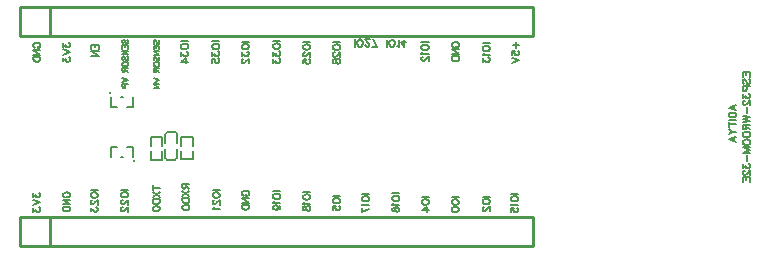
<source format=gbo>
G04 Layer: BottomSilkscreenLayer*
G04 EasyEDA v6.5.42, 2024-04-08 08:38:15*
G04 e5b43dc0649c40c7af9ec927a61642e9,25835901624346e3b29966769a4e042a,10*
G04 Gerber Generator version 0.2*
G04 Scale: 100 percent, Rotated: No, Reflected: No *
G04 Dimensions in inches *
G04 leading zeros omitted , absolute positions ,3 integer and 6 decimal *
%FSLAX36Y36*%
%MOIN*%

%ADD10C,0.0060*%
%ADD11C,0.0100*%
%ADD12C,0.0075*%

%LPD*%
D10*
X1045272Y377827D02*
G01*
X1045272Y365327D01*
X1054363Y372145D01*
X1054363Y368735D01*
X1055500Y366464D01*
X1056635Y365327D01*
X1060045Y364191D01*
X1062317Y364191D01*
X1065726Y365327D01*
X1068000Y367600D01*
X1069135Y371008D01*
X1069135Y374418D01*
X1068000Y377827D01*
X1066863Y378964D01*
X1064591Y380100D01*
X1045272Y356691D02*
G01*
X1069135Y347600D01*
X1045272Y338508D02*
G01*
X1069135Y347600D01*
X1045272Y328735D02*
G01*
X1045272Y316235D01*
X1054363Y323054D01*
X1054363Y319645D01*
X1055500Y317372D01*
X1056635Y316235D01*
X1060045Y315100D01*
X1062317Y315100D01*
X1065726Y316235D01*
X1068000Y318508D01*
X1069135Y321918D01*
X1069135Y325327D01*
X1068000Y328735D01*
X1066863Y329872D01*
X1064591Y331008D01*
X1149655Y364054D02*
G01*
X1147381Y365190D01*
X1145109Y367463D01*
X1143972Y369735D01*
X1143972Y374281D01*
X1145109Y376554D01*
X1147381Y378827D01*
X1149655Y379963D01*
X1153064Y381100D01*
X1158744Y381100D01*
X1162155Y379963D01*
X1164426Y378827D01*
X1166700Y376554D01*
X1167835Y374281D01*
X1167835Y369735D01*
X1166700Y367463D01*
X1164426Y365190D01*
X1162155Y364054D01*
X1158744Y364054D01*
X1158744Y369735D02*
G01*
X1158744Y364054D01*
X1143972Y356554D02*
G01*
X1167835Y356554D01*
X1143972Y356554D02*
G01*
X1167835Y340644D01*
X1143972Y340644D02*
G01*
X1167835Y340644D01*
X1143972Y333144D02*
G01*
X1167835Y333144D01*
X1143972Y333144D02*
G01*
X1143972Y325190D01*
X1145109Y321781D01*
X1147381Y319508D01*
X1149655Y318373D01*
X1153064Y317235D01*
X1158744Y317235D01*
X1162155Y318373D01*
X1164426Y319508D01*
X1166700Y321781D01*
X1167835Y325190D01*
X1167835Y333144D01*
X1236472Y389072D02*
G01*
X1260335Y389072D01*
X1236472Y374753D02*
G01*
X1237609Y377026D01*
X1239881Y379299D01*
X1242155Y380435D01*
X1245564Y381572D01*
X1251244Y381572D01*
X1254655Y380435D01*
X1256926Y379299D01*
X1259200Y377026D01*
X1260335Y374753D01*
X1260335Y370207D01*
X1259200Y367935D01*
X1256926Y365662D01*
X1254655Y364526D01*
X1251244Y363389D01*
X1245564Y363389D01*
X1242155Y364526D01*
X1239881Y365662D01*
X1237609Y367935D01*
X1236472Y370207D01*
X1236472Y374753D01*
X1242155Y354753D02*
G01*
X1241018Y354753D01*
X1238744Y353616D01*
X1237609Y352480D01*
X1236472Y350207D01*
X1236472Y345662D01*
X1237609Y343389D01*
X1238744Y342253D01*
X1241018Y341116D01*
X1243290Y341116D01*
X1245564Y342253D01*
X1248972Y344526D01*
X1260335Y355889D01*
X1260335Y339980D01*
X1236472Y330207D02*
G01*
X1236472Y317707D01*
X1245564Y324526D01*
X1245564Y321116D01*
X1246700Y318845D01*
X1247835Y317707D01*
X1251244Y316572D01*
X1253518Y316572D01*
X1256926Y317707D01*
X1259200Y319980D01*
X1260335Y323389D01*
X1260335Y326799D01*
X1259200Y330207D01*
X1258064Y331345D01*
X1255790Y332480D01*
X1337115Y389600D02*
G01*
X1360978Y389600D01*
X1337115Y375282D02*
G01*
X1338252Y377555D01*
X1340524Y379827D01*
X1342798Y380963D01*
X1346207Y382100D01*
X1351887Y382100D01*
X1355298Y380963D01*
X1357569Y379827D01*
X1359843Y377555D01*
X1360978Y375282D01*
X1360978Y370736D01*
X1359843Y368463D01*
X1357569Y366190D01*
X1355298Y365055D01*
X1351887Y363917D01*
X1346207Y363917D01*
X1342798Y365055D01*
X1340524Y366190D01*
X1338252Y368463D01*
X1337115Y370736D01*
X1337115Y375282D01*
X1342798Y355282D02*
G01*
X1341661Y355282D01*
X1339387Y354144D01*
X1338252Y353009D01*
X1337115Y350736D01*
X1337115Y346190D01*
X1338252Y343917D01*
X1339387Y342782D01*
X1341661Y341644D01*
X1343933Y341644D01*
X1346207Y342782D01*
X1349615Y345055D01*
X1360978Y356417D01*
X1360978Y340509D01*
X1342798Y331873D02*
G01*
X1341661Y331873D01*
X1339387Y330736D01*
X1338252Y329600D01*
X1337115Y327327D01*
X1337115Y322782D01*
X1338252Y320509D01*
X1339387Y319373D01*
X1341661Y318236D01*
X1343933Y318236D01*
X1346207Y319373D01*
X1349615Y321644D01*
X1360978Y333009D01*
X1360978Y317100D01*
X1443045Y396945D02*
G01*
X1466908Y396945D01*
X1443045Y404899D02*
G01*
X1443045Y388991D01*
X1443045Y381491D02*
G01*
X1466908Y365581D01*
X1443045Y365581D02*
G01*
X1466908Y381491D01*
X1443045Y358081D02*
G01*
X1466908Y358081D01*
X1443045Y358081D02*
G01*
X1443045Y350127D01*
X1444180Y346718D01*
X1446454Y344445D01*
X1448726Y343308D01*
X1452136Y342172D01*
X1457816Y342172D01*
X1461226Y343308D01*
X1463499Y344445D01*
X1465771Y346718D01*
X1466908Y350127D01*
X1466908Y358081D01*
X1443045Y327854D02*
G01*
X1444180Y331264D01*
X1447590Y333535D01*
X1453271Y334672D01*
X1456680Y334672D01*
X1462362Y333535D01*
X1465771Y331264D01*
X1466908Y327854D01*
X1466908Y325581D01*
X1465771Y322172D01*
X1462362Y319899D01*
X1456680Y318764D01*
X1453271Y318764D01*
X1447590Y319899D01*
X1444180Y322172D01*
X1443045Y325581D01*
X1443045Y327854D01*
X1541795Y408703D02*
G01*
X1565658Y408703D01*
X1541795Y408703D02*
G01*
X1541795Y398476D01*
X1542930Y395068D01*
X1544066Y393930D01*
X1546340Y392795D01*
X1548612Y392795D01*
X1550886Y393930D01*
X1552021Y395068D01*
X1553158Y398476D01*
X1553158Y408703D01*
X1553158Y400749D02*
G01*
X1565658Y392795D01*
X1541795Y385295D02*
G01*
X1565658Y369385D01*
X1541795Y369385D02*
G01*
X1565658Y385295D01*
X1541795Y361885D02*
G01*
X1565658Y361885D01*
X1541795Y361885D02*
G01*
X1541795Y353930D01*
X1542930Y350522D01*
X1545204Y348249D01*
X1547476Y347112D01*
X1550886Y345976D01*
X1556566Y345976D01*
X1559976Y347112D01*
X1562249Y348249D01*
X1564521Y350522D01*
X1565658Y353930D01*
X1565658Y361885D01*
X1541795Y331658D02*
G01*
X1542930Y335068D01*
X1546340Y337339D01*
X1552021Y338476D01*
X1555430Y338476D01*
X1561112Y337339D01*
X1564521Y335068D01*
X1565658Y331658D01*
X1565658Y329385D01*
X1564521Y325976D01*
X1561112Y323703D01*
X1555430Y322568D01*
X1552021Y322568D01*
X1546340Y323703D01*
X1542930Y325976D01*
X1541795Y329385D01*
X1541795Y331658D01*
X1642906Y388703D02*
G01*
X1666769Y388703D01*
X1642906Y374385D02*
G01*
X1644041Y376658D01*
X1646315Y378930D01*
X1648587Y380068D01*
X1651997Y381203D01*
X1657677Y381203D01*
X1661087Y380068D01*
X1663360Y378930D01*
X1665632Y376658D01*
X1666769Y374385D01*
X1666769Y369839D01*
X1665632Y367568D01*
X1663360Y365295D01*
X1661087Y364158D01*
X1657677Y363022D01*
X1651997Y363022D01*
X1648587Y364158D01*
X1646315Y365295D01*
X1644041Y367568D01*
X1642906Y369839D01*
X1642906Y374385D01*
X1648587Y354385D02*
G01*
X1647451Y354385D01*
X1645177Y353249D01*
X1644041Y352112D01*
X1642906Y349839D01*
X1642906Y345295D01*
X1644041Y343022D01*
X1645177Y341885D01*
X1647451Y340749D01*
X1649723Y340749D01*
X1651997Y341885D01*
X1655406Y344158D01*
X1666769Y355522D01*
X1666769Y339612D01*
X1647451Y332112D02*
G01*
X1646315Y329839D01*
X1642906Y326430D01*
X1666769Y326430D01*
X1746328Y369807D02*
G01*
X1744056Y370943D01*
X1741782Y373216D01*
X1740646Y375488D01*
X1740646Y380034D01*
X1741782Y382307D01*
X1744056Y384578D01*
X1746328Y385716D01*
X1749737Y386851D01*
X1755419Y386851D01*
X1758828Y385716D01*
X1761100Y384578D01*
X1763374Y382307D01*
X1764510Y380034D01*
X1764510Y375488D01*
X1763374Y373216D01*
X1761100Y370943D01*
X1758828Y369807D01*
X1755419Y369807D01*
X1755419Y375488D02*
G01*
X1755419Y369807D01*
X1740646Y362307D02*
G01*
X1764510Y362307D01*
X1740646Y362307D02*
G01*
X1764510Y346397D01*
X1740646Y346397D02*
G01*
X1764510Y346397D01*
X1740646Y338897D02*
G01*
X1764510Y338897D01*
X1740646Y338897D02*
G01*
X1740646Y330943D01*
X1741782Y327534D01*
X1744056Y325261D01*
X1746328Y324124D01*
X1749737Y322988D01*
X1755419Y322988D01*
X1758828Y324124D01*
X1761100Y325261D01*
X1763374Y327534D01*
X1764510Y330943D01*
X1764510Y338897D01*
X1844628Y384630D02*
G01*
X1868491Y384630D01*
X1844628Y370311D02*
G01*
X1845763Y372584D01*
X1848037Y374857D01*
X1850309Y375994D01*
X1853719Y377130D01*
X1859399Y377130D01*
X1862809Y375994D01*
X1865082Y374857D01*
X1867354Y372584D01*
X1868491Y370311D01*
X1868491Y365765D01*
X1867354Y363494D01*
X1865082Y361221D01*
X1862809Y360084D01*
X1859399Y358948D01*
X1853719Y358948D01*
X1850309Y360084D01*
X1848037Y361221D01*
X1845763Y363494D01*
X1844628Y365765D01*
X1844628Y370311D01*
X1849173Y351448D02*
G01*
X1848037Y349175D01*
X1844628Y345765D01*
X1868491Y345765D01*
X1852582Y323494D02*
G01*
X1855991Y324630D01*
X1858263Y326903D01*
X1859399Y330311D01*
X1859399Y331448D01*
X1858263Y334857D01*
X1855991Y337130D01*
X1852582Y338265D01*
X1851445Y338265D01*
X1848037Y337130D01*
X1845763Y334857D01*
X1844628Y331448D01*
X1844628Y330311D01*
X1845763Y326903D01*
X1848037Y324630D01*
X1852582Y323494D01*
X1858263Y323494D01*
X1863945Y324630D01*
X1867354Y326903D01*
X1868491Y330311D01*
X1868491Y332584D01*
X1867354Y335994D01*
X1865082Y337130D01*
X1944403Y382020D02*
G01*
X1968266Y382020D01*
X1944403Y367701D02*
G01*
X1945538Y369974D01*
X1947812Y372247D01*
X1950084Y373384D01*
X1953494Y374520D01*
X1959174Y374520D01*
X1962584Y373384D01*
X1964857Y372247D01*
X1967129Y369974D01*
X1968266Y367701D01*
X1968266Y363155D01*
X1967129Y360884D01*
X1964857Y358611D01*
X1962584Y357474D01*
X1959174Y356338D01*
X1953494Y356338D01*
X1950084Y357474D01*
X1947812Y358611D01*
X1945538Y360884D01*
X1944403Y363155D01*
X1944403Y367701D01*
X1948948Y348838D02*
G01*
X1947812Y346565D01*
X1944403Y343155D01*
X1968266Y343155D01*
X1944403Y329974D02*
G01*
X1945538Y333384D01*
X1947812Y334520D01*
X1950084Y334520D01*
X1952357Y333384D01*
X1953494Y331111D01*
X1954629Y326565D01*
X1955766Y323155D01*
X1958038Y320884D01*
X1960312Y319747D01*
X1963720Y319747D01*
X1965994Y320884D01*
X1967129Y322020D01*
X1968266Y325428D01*
X1968266Y329974D01*
X1967129Y333384D01*
X1965994Y334520D01*
X1963720Y335655D01*
X1960312Y335655D01*
X1958038Y334520D01*
X1955766Y332247D01*
X1954629Y328838D01*
X1953494Y324292D01*
X1952357Y322020D01*
X1950084Y320884D01*
X1947812Y320884D01*
X1945538Y322020D01*
X1944403Y325428D01*
X1944403Y329974D01*
X2043479Y370073D02*
G01*
X2067343Y370073D01*
X2043479Y355756D02*
G01*
X2044615Y358029D01*
X2046889Y360300D01*
X2049161Y361437D01*
X2052570Y362573D01*
X2058252Y362573D01*
X2061661Y361437D01*
X2063933Y360300D01*
X2066207Y358029D01*
X2067343Y355756D01*
X2067343Y351210D01*
X2066207Y348937D01*
X2063933Y346664D01*
X2061661Y345529D01*
X2058252Y344391D01*
X2052570Y344391D01*
X2049161Y345529D01*
X2046889Y346664D01*
X2044615Y348937D01*
X2043479Y351210D01*
X2043479Y355756D01*
X2043479Y323256D02*
G01*
X2043479Y334618D01*
X2053707Y335756D01*
X2052570Y334618D01*
X2051433Y331210D01*
X2051433Y327800D01*
X2052570Y324391D01*
X2054843Y322118D01*
X2058252Y320983D01*
X2060524Y320983D01*
X2063933Y322118D01*
X2066207Y324391D01*
X2067343Y327800D01*
X2067343Y331210D01*
X2066207Y334618D01*
X2065070Y335756D01*
X2062798Y336891D01*
X2140473Y376599D02*
G01*
X2164336Y376599D01*
X2140473Y362282D02*
G01*
X2141608Y364555D01*
X2143882Y366826D01*
X2146154Y367964D01*
X2149564Y369099D01*
X2155245Y369099D01*
X2158654Y367964D01*
X2160927Y366826D01*
X2163199Y364555D01*
X2164336Y362282D01*
X2164336Y357735D01*
X2163199Y355464D01*
X2160927Y353191D01*
X2158654Y352055D01*
X2155245Y350918D01*
X2149564Y350918D01*
X2146154Y352055D01*
X2143882Y353191D01*
X2141608Y355464D01*
X2140473Y357735D01*
X2140473Y362282D01*
X2145018Y343418D02*
G01*
X2143882Y341145D01*
X2140473Y337735D01*
X2164336Y337735D01*
X2140473Y314326D02*
G01*
X2164336Y325691D01*
X2140473Y330235D02*
G01*
X2140473Y314326D01*
X2241530Y377372D02*
G01*
X2265393Y377372D01*
X2241530Y363054D02*
G01*
X2242665Y365327D01*
X2244939Y367599D01*
X2247211Y368735D01*
X2250621Y369872D01*
X2256301Y369872D01*
X2259711Y368735D01*
X2261984Y367599D01*
X2264256Y365327D01*
X2265393Y363054D01*
X2265393Y358508D01*
X2264256Y356235D01*
X2261984Y353962D01*
X2259711Y352827D01*
X2256301Y351689D01*
X2250621Y351689D01*
X2247211Y352827D01*
X2244939Y353962D01*
X2242665Y356235D01*
X2241530Y358508D01*
X2241530Y363054D01*
X2246075Y344189D02*
G01*
X2244939Y341916D01*
X2241530Y338508D01*
X2265393Y338508D01*
X2244939Y317372D02*
G01*
X2242665Y318508D01*
X2241530Y321916D01*
X2241530Y324189D01*
X2242665Y327599D01*
X2246075Y329872D01*
X2251756Y331008D01*
X2257439Y331008D01*
X2261984Y329872D01*
X2264256Y327599D01*
X2265393Y324189D01*
X2265393Y323054D01*
X2264256Y319645D01*
X2261984Y317372D01*
X2258575Y316235D01*
X2257439Y316235D01*
X2254030Y317372D01*
X2251756Y319645D01*
X2250621Y323054D01*
X2250621Y324189D01*
X2251756Y327599D01*
X2254030Y329872D01*
X2257439Y331008D01*
X2340101Y365605D02*
G01*
X2363963Y365605D01*
X2340101Y351287D02*
G01*
X2341237Y353560D01*
X2343509Y355832D01*
X2345783Y356970D01*
X2349192Y358105D01*
X2354872Y358105D01*
X2358283Y356970D01*
X2360555Y355832D01*
X2362827Y353560D01*
X2363963Y351287D01*
X2363963Y346741D01*
X2362827Y344470D01*
X2360555Y342197D01*
X2358283Y341060D01*
X2354872Y339924D01*
X2349192Y339924D01*
X2345783Y341060D01*
X2343509Y342197D01*
X2341237Y344470D01*
X2340101Y346741D01*
X2340101Y351287D01*
X2340101Y321060D02*
G01*
X2356009Y332424D01*
X2356009Y315378D01*
X2340101Y321060D02*
G01*
X2363963Y321060D01*
X2439476Y365167D02*
G01*
X2463339Y365167D01*
X2439476Y350848D02*
G01*
X2440613Y353121D01*
X2442885Y355394D01*
X2445159Y356530D01*
X2448567Y357667D01*
X2454249Y357667D01*
X2457659Y356530D01*
X2459930Y355394D01*
X2462204Y353121D01*
X2463339Y350848D01*
X2463339Y346302D01*
X2462204Y344030D01*
X2459930Y341757D01*
X2457659Y340621D01*
X2454249Y339484D01*
X2448567Y339484D01*
X2445159Y340621D01*
X2442885Y341757D01*
X2440613Y344030D01*
X2439476Y346302D01*
X2439476Y350848D01*
X2439476Y325167D02*
G01*
X2440613Y328575D01*
X2444022Y330848D01*
X2449704Y331984D01*
X2453113Y331984D01*
X2458795Y330848D01*
X2462204Y328575D01*
X2463339Y325167D01*
X2463339Y322894D01*
X2462204Y319484D01*
X2458795Y317211D01*
X2453113Y316075D01*
X2449704Y316075D01*
X2444022Y317211D01*
X2440613Y319484D01*
X2439476Y322894D01*
X2439476Y325167D01*
X2543086Y367157D02*
G01*
X2566949Y367157D01*
X2543086Y352838D02*
G01*
X2544223Y355111D01*
X2546495Y357384D01*
X2548769Y358521D01*
X2552178Y359657D01*
X2557858Y359657D01*
X2561269Y358521D01*
X2563540Y357384D01*
X2565814Y355111D01*
X2566949Y352838D01*
X2566949Y348292D01*
X2565814Y346021D01*
X2563540Y343748D01*
X2561269Y342611D01*
X2557858Y341475D01*
X2552178Y341475D01*
X2548769Y342611D01*
X2546495Y343748D01*
X2544223Y346021D01*
X2543086Y348292D01*
X2543086Y352838D01*
X2548769Y332838D02*
G01*
X2547632Y332838D01*
X2545358Y331702D01*
X2544223Y330565D01*
X2543086Y328292D01*
X2543086Y323748D01*
X2544223Y321475D01*
X2545358Y320338D01*
X2547632Y319202D01*
X2549904Y319202D01*
X2552178Y320338D01*
X2555586Y322611D01*
X2566949Y333975D01*
X2566949Y318065D01*
X2637201Y376657D02*
G01*
X2661064Y376657D01*
X2637201Y362339D02*
G01*
X2638338Y364612D01*
X2640610Y366884D01*
X2642884Y368020D01*
X2646292Y369157D01*
X2651974Y369157D01*
X2655384Y368020D01*
X2657655Y366884D01*
X2659929Y364612D01*
X2661064Y362339D01*
X2661064Y357793D01*
X2659929Y355520D01*
X2657655Y353247D01*
X2655384Y352112D01*
X2651974Y350974D01*
X2646292Y350974D01*
X2642884Y352112D01*
X2640610Y353247D01*
X2638338Y355520D01*
X2637201Y357793D01*
X2637201Y362339D01*
X2641746Y343474D02*
G01*
X2640610Y341201D01*
X2637201Y337793D01*
X2661064Y337793D01*
X2637201Y316657D02*
G01*
X2637201Y328020D01*
X2647429Y329157D01*
X2646292Y328020D01*
X2645155Y324612D01*
X2645155Y321201D01*
X2646292Y317793D01*
X2648564Y315520D01*
X2651974Y314384D01*
X2654246Y314384D01*
X2657655Y315520D01*
X2659929Y317793D01*
X2661064Y321201D01*
X2661064Y324612D01*
X2659929Y328020D01*
X2658792Y329157D01*
X2656520Y330293D01*
X2644044Y871316D02*
G01*
X2664498Y871316D01*
X2654270Y881543D02*
G01*
X2654270Y861087D01*
X2640635Y839951D02*
G01*
X2640635Y851316D01*
X2650861Y852451D01*
X2649726Y851316D01*
X2648589Y847907D01*
X2648589Y844497D01*
X2649726Y841087D01*
X2651998Y838816D01*
X2655406Y837678D01*
X2657680Y837678D01*
X2661089Y838816D01*
X2663361Y841087D01*
X2664498Y844497D01*
X2664498Y847907D01*
X2663361Y851316D01*
X2662226Y852451D01*
X2659952Y853587D01*
X2640635Y830178D02*
G01*
X2664498Y821087D01*
X2640635Y811997D02*
G01*
X2664498Y821087D01*
X2542816Y877228D02*
G01*
X2566679Y877228D01*
X2542816Y862910D02*
G01*
X2543951Y865183D01*
X2546225Y867454D01*
X2548497Y868591D01*
X2551907Y869728D01*
X2557587Y869728D01*
X2560997Y868591D01*
X2563270Y867454D01*
X2565542Y865183D01*
X2566679Y862910D01*
X2566679Y858364D01*
X2565542Y856091D01*
X2563270Y853818D01*
X2560997Y852683D01*
X2557587Y851545D01*
X2551907Y851545D01*
X2548497Y852683D01*
X2546225Y853818D01*
X2543951Y856091D01*
X2542816Y858364D01*
X2542816Y862910D01*
X2547361Y844045D02*
G01*
X2546225Y841772D01*
X2542816Y838364D01*
X2566679Y838364D01*
X2542816Y828591D02*
G01*
X2542816Y816091D01*
X2551907Y822910D01*
X2551907Y819501D01*
X2553042Y817228D01*
X2554179Y816091D01*
X2557587Y814954D01*
X2559861Y814954D01*
X2563270Y816091D01*
X2565542Y818364D01*
X2566679Y821772D01*
X2566679Y825183D01*
X2565542Y828591D01*
X2564407Y829728D01*
X2562133Y830864D01*
X2445999Y864859D02*
G01*
X2443725Y865996D01*
X2441453Y868269D01*
X2440316Y870540D01*
X2440316Y875086D01*
X2441453Y877359D01*
X2443725Y879632D01*
X2445999Y880769D01*
X2449408Y881905D01*
X2455088Y881905D01*
X2458499Y880769D01*
X2460771Y879632D01*
X2463044Y877359D01*
X2464179Y875086D01*
X2464179Y870540D01*
X2463044Y868269D01*
X2460771Y865996D01*
X2458499Y864859D01*
X2455088Y864859D01*
X2455088Y870540D02*
G01*
X2455088Y864859D01*
X2440316Y857359D02*
G01*
X2464179Y857359D01*
X2440316Y857359D02*
G01*
X2464179Y841449D01*
X2440316Y841449D02*
G01*
X2464179Y841449D01*
X2440316Y833949D02*
G01*
X2464179Y833949D01*
X2440316Y833949D02*
G01*
X2440316Y825996D01*
X2441453Y822586D01*
X2443725Y820313D01*
X2445999Y819178D01*
X2449408Y818040D01*
X2455088Y818040D01*
X2458499Y819178D01*
X2460771Y820313D01*
X2463044Y822586D01*
X2464179Y825996D01*
X2464179Y833949D01*
X2339089Y880862D02*
G01*
X2362951Y880862D01*
X2339089Y866543D02*
G01*
X2340225Y868816D01*
X2342497Y871089D01*
X2344771Y872226D01*
X2348180Y873362D01*
X2353860Y873362D01*
X2357271Y872226D01*
X2359543Y871089D01*
X2361815Y868816D01*
X2362951Y866543D01*
X2362951Y861997D01*
X2361815Y859726D01*
X2359543Y857453D01*
X2357271Y856316D01*
X2353860Y855180D01*
X2348180Y855180D01*
X2344771Y856316D01*
X2342497Y857453D01*
X2340225Y859726D01*
X2339089Y861997D01*
X2339089Y866543D01*
X2343634Y847680D02*
G01*
X2342497Y845407D01*
X2339089Y841997D01*
X2362951Y841997D01*
X2344771Y833362D02*
G01*
X2343634Y833362D01*
X2341360Y832226D01*
X2340225Y831089D01*
X2339089Y828816D01*
X2339089Y824270D01*
X2340225Y821997D01*
X2341360Y820862D01*
X2343634Y819726D01*
X2345906Y819726D01*
X2348180Y820862D01*
X2351589Y823135D01*
X2362951Y834497D01*
X2362951Y818589D01*
X2224004Y865862D02*
G01*
X2224004Y889726D01*
X2238321Y865862D02*
G01*
X2236049Y866999D01*
X2233777Y869272D01*
X2232640Y871545D01*
X2231504Y874953D01*
X2231504Y880635D01*
X2232640Y884045D01*
X2233777Y886316D01*
X2236049Y888589D01*
X2238321Y889726D01*
X2242867Y889726D01*
X2245140Y888589D01*
X2247412Y886316D01*
X2248549Y884045D01*
X2249686Y880635D01*
X2249686Y874953D01*
X2248549Y871545D01*
X2247412Y869272D01*
X2245140Y866999D01*
X2242867Y865862D01*
X2238321Y865862D01*
X2257186Y870408D02*
G01*
X2259458Y869272D01*
X2262867Y865862D01*
X2262867Y889726D01*
X2281731Y865862D02*
G01*
X2270367Y881772D01*
X2287412Y881772D01*
X2281731Y865862D02*
G01*
X2281731Y889726D01*
X2117651Y866999D02*
G01*
X2117651Y890862D01*
X2131970Y866999D02*
G01*
X2129696Y868135D01*
X2127425Y870408D01*
X2126288Y872681D01*
X2125151Y876091D01*
X2125151Y881772D01*
X2126288Y885181D01*
X2127425Y887453D01*
X2129696Y889726D01*
X2131970Y890862D01*
X2136516Y890862D01*
X2138788Y889726D01*
X2141060Y887453D01*
X2142196Y885181D01*
X2143334Y881772D01*
X2143334Y876091D01*
X2142196Y872681D01*
X2141060Y870408D01*
X2138788Y868135D01*
X2136516Y866999D01*
X2131970Y866999D01*
X2151970Y872681D02*
G01*
X2151970Y871545D01*
X2153107Y869272D01*
X2154242Y868135D01*
X2156516Y866999D01*
X2161060Y866999D01*
X2163334Y868135D01*
X2164470Y869272D01*
X2165607Y871545D01*
X2165607Y873818D01*
X2164470Y876091D01*
X2162196Y879499D01*
X2150834Y890862D01*
X2166742Y890862D01*
X2190151Y866999D02*
G01*
X2178788Y890862D01*
X2174242Y866999D02*
G01*
X2190151Y866999D01*
X2043578Y881626D02*
G01*
X2067442Y881626D01*
X2043578Y867307D02*
G01*
X2044714Y869580D01*
X2046988Y871853D01*
X2049260Y872989D01*
X2052669Y874126D01*
X2058351Y874126D01*
X2061760Y872989D01*
X2064032Y871853D01*
X2066306Y869580D01*
X2067442Y867307D01*
X2067442Y862761D01*
X2066306Y860489D01*
X2064032Y858216D01*
X2061760Y857080D01*
X2058351Y855943D01*
X2052669Y855943D01*
X2049260Y857080D01*
X2046988Y858216D01*
X2044714Y860489D01*
X2043578Y862761D01*
X2043578Y867307D01*
X2049260Y847307D02*
G01*
X2048123Y847307D01*
X2045851Y846170D01*
X2044714Y845034D01*
X2043578Y842761D01*
X2043578Y838216D01*
X2044714Y835943D01*
X2045851Y834807D01*
X2048123Y833670D01*
X2050397Y833670D01*
X2052669Y834807D01*
X2056078Y837080D01*
X2067442Y848443D01*
X2067442Y832534D01*
X2046988Y811399D02*
G01*
X2044714Y812534D01*
X2043578Y815943D01*
X2043578Y818216D01*
X2044714Y821626D01*
X2048123Y823899D01*
X2053806Y825034D01*
X2059488Y825034D01*
X2064032Y823899D01*
X2066306Y821626D01*
X2067442Y818216D01*
X2067442Y817080D01*
X2066306Y813670D01*
X2064032Y811399D01*
X2060623Y810261D01*
X2059488Y810261D01*
X2056078Y811399D01*
X2053806Y813670D01*
X2052669Y817080D01*
X2052669Y818216D01*
X2053806Y821626D01*
X2056078Y823899D01*
X2059488Y825034D01*
X1944131Y882460D02*
G01*
X1967995Y882460D01*
X1944131Y868143D02*
G01*
X1945267Y870416D01*
X1947541Y872687D01*
X1949813Y873825D01*
X1953222Y874960D01*
X1958904Y874960D01*
X1962313Y873825D01*
X1964585Y872687D01*
X1966859Y870416D01*
X1967995Y868143D01*
X1967995Y863596D01*
X1966859Y861325D01*
X1964585Y859052D01*
X1962313Y857916D01*
X1958904Y856779D01*
X1953222Y856779D01*
X1949813Y857916D01*
X1947541Y859052D01*
X1945267Y861325D01*
X1944131Y863596D01*
X1944131Y868143D01*
X1949813Y848143D02*
G01*
X1948676Y848143D01*
X1946404Y847006D01*
X1945267Y845869D01*
X1944131Y843596D01*
X1944131Y839052D01*
X1945267Y836779D01*
X1946404Y835643D01*
X1948676Y834506D01*
X1950950Y834506D01*
X1953222Y835643D01*
X1956631Y837916D01*
X1967995Y849279D01*
X1967995Y833369D01*
X1944131Y812233D02*
G01*
X1944131Y823596D01*
X1954359Y824733D01*
X1953222Y823596D01*
X1952085Y820187D01*
X1952085Y816779D01*
X1953222Y813369D01*
X1955495Y811096D01*
X1958904Y809960D01*
X1961176Y809960D01*
X1964585Y811096D01*
X1966859Y813369D01*
X1967995Y816779D01*
X1967995Y820187D01*
X1966859Y823596D01*
X1965722Y824733D01*
X1963450Y825869D01*
X1844357Y885070D02*
G01*
X1868220Y885070D01*
X1844357Y870752D02*
G01*
X1845492Y873025D01*
X1847766Y875297D01*
X1850038Y876435D01*
X1853447Y877570D01*
X1859129Y877570D01*
X1862538Y876435D01*
X1864810Y875297D01*
X1867084Y873025D01*
X1868220Y870752D01*
X1868220Y866206D01*
X1867084Y863935D01*
X1864810Y861662D01*
X1862538Y860525D01*
X1859129Y859389D01*
X1853447Y859389D01*
X1850038Y860525D01*
X1847766Y861662D01*
X1845492Y863935D01*
X1844357Y866206D01*
X1844357Y870752D01*
X1844357Y849616D02*
G01*
X1844357Y837116D01*
X1853447Y843935D01*
X1853447Y840525D01*
X1854584Y838252D01*
X1855720Y837116D01*
X1859129Y835979D01*
X1861401Y835979D01*
X1864810Y837116D01*
X1867084Y839389D01*
X1868220Y842797D01*
X1868220Y846206D01*
X1867084Y849616D01*
X1865947Y850752D01*
X1863675Y851889D01*
X1844357Y826206D02*
G01*
X1844357Y813706D01*
X1853447Y820525D01*
X1853447Y817116D01*
X1854584Y814843D01*
X1855720Y813706D01*
X1859129Y812570D01*
X1861401Y812570D01*
X1864810Y813706D01*
X1867084Y815979D01*
X1868220Y819389D01*
X1868220Y822797D01*
X1867084Y826206D01*
X1865947Y827343D01*
X1863675Y828479D01*
X1739634Y883218D02*
G01*
X1763497Y883218D01*
X1739634Y868901D02*
G01*
X1740771Y871174D01*
X1743043Y873445D01*
X1745316Y874582D01*
X1748725Y875718D01*
X1754407Y875718D01*
X1757816Y874582D01*
X1760088Y873445D01*
X1762362Y871174D01*
X1763497Y868901D01*
X1763497Y864355D01*
X1762362Y862082D01*
X1760088Y859810D01*
X1757816Y858674D01*
X1754407Y857537D01*
X1748725Y857537D01*
X1745316Y858674D01*
X1743043Y859810D01*
X1740771Y862082D01*
X1739634Y864355D01*
X1739634Y868901D01*
X1739634Y847764D02*
G01*
X1739634Y835264D01*
X1748725Y842082D01*
X1748725Y838674D01*
X1749862Y836401D01*
X1750997Y835264D01*
X1754407Y834128D01*
X1756679Y834128D01*
X1760088Y835264D01*
X1762362Y837537D01*
X1763497Y840945D01*
X1763497Y844355D01*
X1762362Y847764D01*
X1761225Y848901D01*
X1758953Y850037D01*
X1745316Y825491D02*
G01*
X1744179Y825491D01*
X1741907Y824355D01*
X1740771Y823218D01*
X1739634Y820945D01*
X1739634Y816401D01*
X1740771Y814128D01*
X1741907Y812991D01*
X1744179Y811855D01*
X1746453Y811855D01*
X1748725Y812991D01*
X1752134Y815264D01*
X1763497Y826628D01*
X1763497Y810718D01*
X1641894Y883960D02*
G01*
X1665757Y883960D01*
X1641894Y869641D02*
G01*
X1643029Y871914D01*
X1645303Y874187D01*
X1647575Y875324D01*
X1650985Y876460D01*
X1656665Y876460D01*
X1660075Y875324D01*
X1662348Y874187D01*
X1664620Y871914D01*
X1665757Y869641D01*
X1665757Y865095D01*
X1664620Y862824D01*
X1662348Y860551D01*
X1660075Y859414D01*
X1656665Y858278D01*
X1650985Y858278D01*
X1647575Y859414D01*
X1645303Y860551D01*
X1643029Y862824D01*
X1641894Y865095D01*
X1641894Y869641D01*
X1641894Y848505D02*
G01*
X1641894Y836005D01*
X1650985Y842824D01*
X1650985Y839414D01*
X1652120Y837141D01*
X1653257Y836005D01*
X1656665Y834868D01*
X1658939Y834868D01*
X1662348Y836005D01*
X1664620Y838278D01*
X1665757Y841687D01*
X1665757Y845095D01*
X1664620Y848505D01*
X1663485Y849641D01*
X1661211Y850778D01*
X1641894Y813733D02*
G01*
X1641894Y825095D01*
X1652120Y826233D01*
X1650985Y825095D01*
X1649848Y821687D01*
X1649848Y818278D01*
X1650985Y814868D01*
X1653257Y812595D01*
X1656665Y811460D01*
X1658939Y811460D01*
X1662348Y812595D01*
X1664620Y814868D01*
X1665757Y818278D01*
X1665757Y821687D01*
X1664620Y825095D01*
X1663485Y826233D01*
X1661211Y827368D01*
X1536710Y884329D02*
G01*
X1560573Y884329D01*
X1536710Y870012D02*
G01*
X1537845Y872285D01*
X1540119Y874556D01*
X1542391Y875693D01*
X1545801Y876829D01*
X1551481Y876829D01*
X1554891Y875693D01*
X1557164Y874556D01*
X1559436Y872285D01*
X1560573Y870012D01*
X1560573Y865466D01*
X1559436Y863193D01*
X1557164Y860920D01*
X1554891Y859785D01*
X1551481Y858647D01*
X1545801Y858647D01*
X1542391Y859785D01*
X1540119Y860920D01*
X1537845Y863193D01*
X1536710Y865466D01*
X1536710Y870012D01*
X1536710Y848874D02*
G01*
X1536710Y836374D01*
X1545801Y843193D01*
X1545801Y839785D01*
X1546936Y837512D01*
X1548073Y836374D01*
X1551481Y835239D01*
X1553755Y835239D01*
X1557164Y836374D01*
X1559436Y838647D01*
X1560573Y842056D01*
X1560573Y845466D01*
X1559436Y848874D01*
X1558301Y850012D01*
X1556027Y851147D01*
X1536710Y816374D02*
G01*
X1552619Y827739D01*
X1552619Y810693D01*
X1536710Y816374D02*
G01*
X1560573Y816374D01*
X1449116Y876185D02*
G01*
X1447299Y878002D01*
X1446390Y880729D01*
X1446390Y884367D01*
X1447299Y887094D01*
X1449116Y888912D01*
X1450936Y888912D01*
X1452754Y888002D01*
X1453662Y887094D01*
X1454571Y885275D01*
X1456390Y879821D01*
X1457299Y878002D01*
X1458208Y877094D01*
X1460027Y876185D01*
X1462754Y876185D01*
X1464571Y878002D01*
X1465480Y880729D01*
X1465480Y884367D01*
X1464571Y887094D01*
X1462754Y888912D01*
X1446390Y870185D02*
G01*
X1465480Y870185D01*
X1446390Y870185D02*
G01*
X1446390Y858366D01*
X1455480Y870185D02*
G01*
X1455480Y862912D01*
X1465480Y870185D02*
G01*
X1465480Y858366D01*
X1446390Y852366D02*
G01*
X1465480Y852366D01*
X1446390Y852366D02*
G01*
X1465480Y839639D01*
X1446390Y839639D02*
G01*
X1465480Y839639D01*
X1449116Y820911D02*
G01*
X1447299Y822730D01*
X1446390Y825457D01*
X1446390Y829094D01*
X1447299Y831820D01*
X1449116Y833638D01*
X1450936Y833638D01*
X1452754Y832730D01*
X1453662Y831820D01*
X1454571Y830003D01*
X1456390Y824547D01*
X1457299Y822730D01*
X1458208Y821820D01*
X1460027Y820911D01*
X1462754Y820911D01*
X1464571Y822730D01*
X1465480Y825457D01*
X1465480Y829094D01*
X1464571Y831820D01*
X1462754Y833638D01*
X1446390Y809457D02*
G01*
X1447299Y811275D01*
X1449116Y813094D01*
X1450936Y814002D01*
X1453662Y814911D01*
X1458208Y814911D01*
X1460936Y814002D01*
X1462754Y813094D01*
X1464571Y811275D01*
X1465480Y809457D01*
X1465480Y805821D01*
X1464571Y804002D01*
X1462754Y802184D01*
X1460936Y801275D01*
X1458208Y800367D01*
X1453662Y800367D01*
X1450936Y801275D01*
X1449116Y802184D01*
X1447299Y804002D01*
X1446390Y805821D01*
X1446390Y809457D01*
X1446390Y794367D02*
G01*
X1465480Y794367D01*
X1446390Y794367D02*
G01*
X1446390Y786185D01*
X1447299Y783456D01*
X1448208Y782548D01*
X1450027Y781639D01*
X1451845Y781639D01*
X1453662Y782548D01*
X1454571Y783456D01*
X1455480Y786185D01*
X1455480Y794367D01*
X1455480Y788002D02*
G01*
X1465480Y781639D01*
X1446390Y761639D02*
G01*
X1465480Y754367D01*
X1446390Y747094D02*
G01*
X1465480Y754367D01*
X1446390Y741093D02*
G01*
X1465480Y741093D01*
X1446390Y741093D02*
G01*
X1465480Y728366D01*
X1446390Y728366D02*
G01*
X1465480Y728366D01*
X1344616Y877314D02*
G01*
X1342799Y879131D01*
X1341890Y881858D01*
X1341890Y885495D01*
X1342799Y888222D01*
X1344616Y890041D01*
X1346436Y890041D01*
X1348253Y889131D01*
X1349162Y888222D01*
X1350072Y886404D01*
X1351890Y880949D01*
X1352799Y879131D01*
X1353707Y878222D01*
X1355527Y877314D01*
X1358253Y877314D01*
X1360072Y879131D01*
X1360981Y881858D01*
X1360981Y885495D01*
X1360072Y888222D01*
X1358253Y890041D01*
X1341890Y871314D02*
G01*
X1360981Y871314D01*
X1341890Y871314D02*
G01*
X1341890Y859495D01*
X1350981Y871314D02*
G01*
X1350981Y864041D01*
X1360981Y871314D02*
G01*
X1360981Y859495D01*
X1341890Y853496D02*
G01*
X1360981Y853496D01*
X1341890Y853496D02*
G01*
X1360981Y840767D01*
X1341890Y840767D02*
G01*
X1360981Y840767D01*
X1344616Y822040D02*
G01*
X1342799Y823859D01*
X1341890Y826586D01*
X1341890Y830223D01*
X1342799Y832950D01*
X1344616Y834767D01*
X1346436Y834767D01*
X1348253Y833859D01*
X1349162Y832950D01*
X1350072Y831131D01*
X1351890Y825677D01*
X1352799Y823859D01*
X1353707Y822950D01*
X1355527Y822040D01*
X1358253Y822040D01*
X1360072Y823859D01*
X1360981Y826586D01*
X1360981Y830223D01*
X1360072Y832950D01*
X1358253Y834767D01*
X1341890Y810585D02*
G01*
X1342799Y812404D01*
X1344616Y814223D01*
X1346436Y815131D01*
X1349162Y816041D01*
X1353707Y816041D01*
X1356436Y815131D01*
X1358253Y814223D01*
X1360072Y812404D01*
X1360981Y810585D01*
X1360981Y806950D01*
X1360072Y805131D01*
X1358253Y803314D01*
X1356436Y802404D01*
X1353707Y801496D01*
X1349162Y801496D01*
X1346436Y802404D01*
X1344616Y803314D01*
X1342799Y805131D01*
X1341890Y806950D01*
X1341890Y810585D01*
X1341890Y795495D02*
G01*
X1360981Y795495D01*
X1341890Y795495D02*
G01*
X1341890Y787314D01*
X1342799Y784585D01*
X1343707Y783676D01*
X1345527Y782768D01*
X1347344Y782768D01*
X1349162Y783676D01*
X1350072Y784585D01*
X1350981Y787314D01*
X1350981Y795495D01*
X1350981Y789131D02*
G01*
X1360981Y782768D01*
X1341890Y762768D02*
G01*
X1360981Y755495D01*
X1341890Y748222D02*
G01*
X1360981Y755495D01*
X1341890Y742222D02*
G01*
X1360981Y742222D01*
X1341890Y742222D02*
G01*
X1341890Y734041D01*
X1342799Y731314D01*
X1343707Y730405D01*
X1345527Y729495D01*
X1348253Y729495D01*
X1350072Y730405D01*
X1350981Y731314D01*
X1351890Y734041D01*
X1351890Y742222D01*
X1238795Y873587D02*
G01*
X1262658Y873587D01*
X1238795Y873587D02*
G01*
X1238795Y858814D01*
X1250158Y873587D02*
G01*
X1250158Y864495D01*
X1262658Y873587D02*
G01*
X1262658Y858814D01*
X1238795Y851314D02*
G01*
X1262658Y851314D01*
X1238795Y851314D02*
G01*
X1262658Y835405D01*
X1238795Y835405D02*
G01*
X1262658Y835405D01*
X1143702Y879268D02*
G01*
X1143702Y866768D01*
X1152793Y873586D01*
X1152793Y870176D01*
X1153928Y867905D01*
X1155065Y866768D01*
X1158473Y865632D01*
X1160747Y865632D01*
X1164156Y866768D01*
X1166428Y869041D01*
X1167565Y872449D01*
X1167565Y875859D01*
X1166428Y879268D01*
X1165293Y880405D01*
X1163019Y881541D01*
X1143702Y858132D02*
G01*
X1167565Y849041D01*
X1143702Y839949D02*
G01*
X1167565Y849041D01*
X1143702Y830176D02*
G01*
X1143702Y817676D01*
X1152793Y824495D01*
X1152793Y821086D01*
X1153928Y818814D01*
X1155065Y817676D01*
X1158473Y816541D01*
X1160747Y816541D01*
X1164156Y817676D01*
X1166428Y819949D01*
X1167565Y823359D01*
X1167565Y826768D01*
X1166428Y830176D01*
X1165293Y831314D01*
X1163019Y832449D01*
X1050684Y863496D02*
G01*
X1048410Y864632D01*
X1046138Y866905D01*
X1045002Y869176D01*
X1045002Y873723D01*
X1046138Y875996D01*
X1048410Y878267D01*
X1050684Y879405D01*
X1054093Y880540D01*
X1059773Y880540D01*
X1063184Y879405D01*
X1065456Y878267D01*
X1067728Y875996D01*
X1068864Y873723D01*
X1068864Y869176D01*
X1067728Y866905D01*
X1065456Y864632D01*
X1063184Y863496D01*
X1059773Y863496D01*
X1059773Y869176D02*
G01*
X1059773Y863496D01*
X1045002Y855996D02*
G01*
X1068864Y855996D01*
X1045002Y855996D02*
G01*
X1068864Y840086D01*
X1045002Y840086D02*
G01*
X1068864Y840086D01*
X1045002Y832586D02*
G01*
X1068864Y832586D01*
X1045002Y832586D02*
G01*
X1045002Y824632D01*
X1046138Y821223D01*
X1048410Y818949D01*
X1050684Y817813D01*
X1054093Y816676D01*
X1059773Y816676D01*
X1063184Y817813D01*
X1065456Y818949D01*
X1067728Y821223D01*
X1068864Y824632D01*
X1068864Y832586D01*
X3364425Y663161D02*
G01*
X3388288Y672251D01*
X3364425Y663161D02*
G01*
X3388288Y654070D01*
X3380334Y668843D02*
G01*
X3380334Y657478D01*
X3364425Y646570D02*
G01*
X3388288Y646570D01*
X3364425Y646570D02*
G01*
X3364425Y638616D01*
X3365560Y635207D01*
X3367834Y632934D01*
X3370106Y631797D01*
X3373515Y630661D01*
X3379197Y630661D01*
X3382606Y631797D01*
X3384879Y632934D01*
X3387151Y635207D01*
X3388288Y638616D01*
X3388288Y646570D01*
X3364425Y623161D02*
G01*
X3388288Y623161D01*
X3364425Y607707D02*
G01*
X3388288Y607707D01*
X3364425Y615661D02*
G01*
X3364425Y599751D01*
X3364425Y592251D02*
G01*
X3375788Y583161D01*
X3388288Y583161D01*
X3364425Y574070D02*
G01*
X3375788Y583161D01*
X3364425Y557478D02*
G01*
X3388288Y566570D01*
X3364425Y557478D02*
G01*
X3388288Y548387D01*
X3380334Y563161D02*
G01*
X3380334Y551797D01*
X3410258Y780585D02*
G01*
X3434120Y780585D01*
X3410258Y780585D02*
G01*
X3410258Y765812D01*
X3421620Y780585D02*
G01*
X3421620Y771494D01*
X3434120Y780585D02*
G01*
X3434120Y765812D01*
X3413666Y742404D02*
G01*
X3411394Y744677D01*
X3410258Y748085D01*
X3410258Y752631D01*
X3411394Y756041D01*
X3413666Y758312D01*
X3415940Y758312D01*
X3418212Y757177D01*
X3419349Y756041D01*
X3420484Y753768D01*
X3422758Y746950D01*
X3423894Y744677D01*
X3425029Y743541D01*
X3427303Y742404D01*
X3430712Y742404D01*
X3432984Y744677D01*
X3434120Y748085D01*
X3434120Y752631D01*
X3432984Y756041D01*
X3430712Y758312D01*
X3410258Y734904D02*
G01*
X3434120Y734904D01*
X3410258Y734904D02*
G01*
X3410258Y724677D01*
X3411394Y721268D01*
X3412529Y720131D01*
X3414803Y718994D01*
X3418212Y718994D01*
X3420484Y720131D01*
X3421620Y721268D01*
X3422758Y724677D01*
X3422758Y734904D01*
X3410258Y709221D02*
G01*
X3410258Y696721D01*
X3419349Y703541D01*
X3419349Y700131D01*
X3420484Y697858D01*
X3421620Y696721D01*
X3425029Y695585D01*
X3427303Y695585D01*
X3430712Y696721D01*
X3432984Y698994D01*
X3434120Y702404D01*
X3434120Y705812D01*
X3432984Y709221D01*
X3431849Y710358D01*
X3429575Y711494D01*
X3415940Y686950D02*
G01*
X3414803Y686950D01*
X3412529Y685812D01*
X3411394Y684677D01*
X3410258Y682404D01*
X3410258Y677858D01*
X3411394Y675585D01*
X3412529Y674450D01*
X3414803Y673312D01*
X3417075Y673312D01*
X3419349Y674450D01*
X3422758Y676721D01*
X3434120Y688085D01*
X3434120Y672177D01*
X3423894Y664677D02*
G01*
X3423894Y644221D01*
X3410258Y636721D02*
G01*
X3434120Y631041D01*
X3410258Y625358D02*
G01*
X3434120Y631041D01*
X3410258Y625358D02*
G01*
X3434120Y619677D01*
X3410258Y613994D02*
G01*
X3434120Y619677D01*
X3410258Y606494D02*
G01*
X3434120Y606494D01*
X3410258Y606494D02*
G01*
X3410258Y596268D01*
X3411394Y592858D01*
X3412529Y591721D01*
X3414803Y590585D01*
X3417075Y590585D01*
X3419349Y591721D01*
X3420484Y592858D01*
X3421620Y596268D01*
X3421620Y606494D01*
X3421620Y598541D02*
G01*
X3434120Y590585D01*
X3410258Y576268D02*
G01*
X3411394Y578541D01*
X3413666Y580812D01*
X3415940Y581950D01*
X3419349Y583085D01*
X3425029Y583085D01*
X3428440Y581950D01*
X3430712Y580812D01*
X3432984Y578541D01*
X3434120Y576268D01*
X3434120Y571721D01*
X3432984Y569450D01*
X3430712Y567177D01*
X3428440Y566041D01*
X3425029Y564904D01*
X3419349Y564904D01*
X3415940Y566041D01*
X3413666Y567177D01*
X3411394Y569450D01*
X3410258Y571721D01*
X3410258Y576268D01*
X3410258Y550585D02*
G01*
X3411394Y552858D01*
X3413666Y555131D01*
X3415940Y556268D01*
X3419349Y557404D01*
X3425029Y557404D01*
X3428440Y556268D01*
X3430712Y555131D01*
X3432984Y552858D01*
X3434120Y550585D01*
X3434120Y546041D01*
X3432984Y543768D01*
X3430712Y541494D01*
X3428440Y540358D01*
X3425029Y539221D01*
X3419349Y539221D01*
X3415940Y540358D01*
X3413666Y541494D01*
X3411394Y543768D01*
X3410258Y546041D01*
X3410258Y550585D01*
X3410258Y531721D02*
G01*
X3434120Y531721D01*
X3410258Y531721D02*
G01*
X3434120Y522631D01*
X3410258Y513541D02*
G01*
X3434120Y522631D01*
X3410258Y513541D02*
G01*
X3434120Y513541D01*
X3423894Y506041D02*
G01*
X3423894Y485585D01*
X3410258Y475812D02*
G01*
X3410258Y463312D01*
X3419349Y470131D01*
X3419349Y466721D01*
X3420484Y464450D01*
X3421620Y463312D01*
X3425029Y462177D01*
X3427303Y462177D01*
X3430712Y463312D01*
X3432984Y465585D01*
X3434120Y468994D01*
X3434120Y472404D01*
X3432984Y475812D01*
X3431849Y476950D01*
X3429575Y478085D01*
X3415940Y453541D02*
G01*
X3414803Y453541D01*
X3412529Y452404D01*
X3411394Y451268D01*
X3410258Y448994D01*
X3410258Y444450D01*
X3411394Y442177D01*
X3412529Y441041D01*
X3414803Y439904D01*
X3417075Y439904D01*
X3419349Y441041D01*
X3422758Y443312D01*
X3434120Y454677D01*
X3434120Y438768D01*
X3410258Y431268D02*
G01*
X3434120Y431268D01*
X3410258Y431268D02*
G01*
X3410258Y416494D01*
X3421620Y431268D02*
G01*
X3421620Y422177D01*
X3434120Y431268D02*
G01*
X3434120Y416494D01*
X1524629Y576012D02*
G01*
X1524629Y544906D01*
X1485370Y544906D02*
G01*
X1485370Y576012D01*
X1491369Y582011D02*
G01*
X1518630Y582011D01*
X1524629Y495988D02*
G01*
X1524629Y527094D01*
X1485370Y527094D02*
G01*
X1485370Y495988D01*
X1491369Y489987D02*
G01*
X1518630Y489987D01*
X1577629Y536905D02*
G01*
X1577629Y565174D01*
X1538370Y565174D01*
X1538370Y536905D01*
X1577629Y519094D02*
G01*
X1577629Y490824D01*
X1538370Y490824D01*
X1538370Y519094D01*
X1436369Y518094D02*
G01*
X1436369Y489825D01*
X1475630Y489825D01*
X1475630Y518094D01*
X1436369Y535906D02*
G01*
X1436369Y564175D01*
X1475630Y564175D01*
X1475630Y535906D01*
D11*
X2709723Y999212D02*
G01*
X2709723Y900788D01*
X1101379Y900788D02*
G01*
X1101379Y999212D01*
X1000276Y900788D02*
G01*
X2709723Y900788D01*
X1000276Y999212D02*
G01*
X1000276Y900788D01*
X1000276Y999214D02*
G01*
X2709723Y999214D01*
X2709723Y299212D02*
G01*
X2709723Y200788D01*
X1101379Y200788D02*
G01*
X1101379Y299212D01*
X1000276Y200788D02*
G01*
X2709723Y200788D01*
X1000276Y299212D02*
G01*
X1000276Y200788D01*
X1000276Y299214D02*
G01*
X2709723Y299214D01*
D12*
X1344970Y497283D02*
G01*
X1337029Y497283D01*
X1376432Y497283D02*
G01*
X1376399Y497283D01*
X1325285Y532716D02*
G01*
X1305567Y532716D01*
X1376432Y532716D02*
G01*
X1356714Y532716D01*
X1376432Y532716D02*
G01*
X1376432Y497283D01*
X1305567Y532716D02*
G01*
X1305567Y497283D01*
X1305600Y497283D02*
G01*
X1305567Y497283D01*
X1337029Y699717D02*
G01*
X1344970Y699717D01*
X1305567Y699717D02*
G01*
X1305600Y699717D01*
X1356714Y664283D02*
G01*
X1376432Y664283D01*
X1305567Y664283D02*
G01*
X1325285Y664283D01*
X1305567Y664283D02*
G01*
X1305567Y699717D01*
X1376432Y664283D02*
G01*
X1376432Y699717D01*
X1376399Y699717D02*
G01*
X1376432Y699717D01*
D10*
G75*
G01*
X1485370Y576012D02*
G02*
X1491370Y582012I6000J0D01*
G75*
G01*
X1518630Y582012D02*
G02*
X1524630Y576012I0J-6000D01*
G75*
G01*
X1485370Y495988D02*
G03*
X1491370Y489988I6000J0D01*
G75*
G01*
X1518630Y489988D02*
G03*
X1524630Y495988I0J6000D01*
D12*
G75*
G01
X1383410Y485080D02*
G03X1383410Y485080I-2640J0D01*
G75*
G01
X1303870Y711920D02*
G03X1303870Y711920I-2640J0D01*
M02*

</source>
